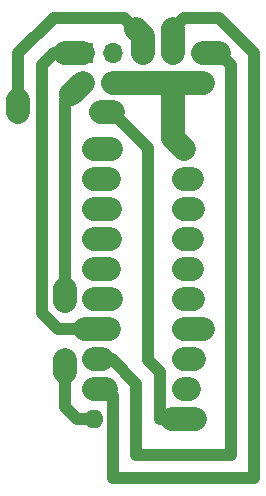
<source format=gbr>
%TF.GenerationSoftware,KiCad,Pcbnew,5.1.9*%
%TF.CreationDate,2021-06-10T11:58:43+02:00*%
%TF.ProjectId,burner,6275726e-6572-42e6-9b69-6361645f7063,rev?*%
%TF.SameCoordinates,Original*%
%TF.FileFunction,Copper,L2,Bot*%
%TF.FilePolarity,Positive*%
%FSLAX46Y46*%
G04 Gerber Fmt 4.6, Leading zero omitted, Abs format (unit mm)*
G04 Created by KiCad (PCBNEW 5.1.9) date 2021-06-10 11:58:43*
%MOMM*%
%LPD*%
G01*
G04 APERTURE LIST*
%TA.AperFunction,ComponentPad*%
%ADD10O,1.600000X1.600000*%
%TD*%
%TA.AperFunction,ComponentPad*%
%ADD11R,1.600000X1.600000*%
%TD*%
%TA.AperFunction,ComponentPad*%
%ADD12O,1.700000X1.700000*%
%TD*%
%TA.AperFunction,ComponentPad*%
%ADD13R,1.700000X1.700000*%
%TD*%
%TA.AperFunction,ViaPad*%
%ADD14C,0.800000*%
%TD*%
%TA.AperFunction,Conductor*%
%ADD15C,2.000000*%
%TD*%
%TA.AperFunction,Conductor*%
%ADD16C,1.000000*%
%TD*%
G04 APERTURE END LIST*
D10*
%TO.P,U1,20*%
%TO.N,/+5V*%
X133380000Y-115000000D03*
%TO.P,U1,10*%
%TO.N,/GND*%
X141000000Y-92140000D03*
%TO.P,U1,19*%
%TO.N,/SCK*%
X133380000Y-112460000D03*
%TO.P,U1,9*%
%TO.N,Net-(U1-Pad9)*%
X141000000Y-94680000D03*
%TO.P,U1,18*%
%TO.N,/MISO*%
X133380000Y-109920000D03*
%TO.P,U1,8*%
%TO.N,Net-(U1-Pad8)*%
X141000000Y-97220000D03*
%TO.P,U1,17*%
%TO.N,/MOSI*%
X133380000Y-107380000D03*
%TO.P,U1,7*%
%TO.N,Net-(U1-Pad7)*%
X141000000Y-99760000D03*
%TO.P,U1,16*%
%TO.N,Net-(U1-Pad16)*%
X133380000Y-104840000D03*
%TO.P,U1,6*%
%TO.N,Net-(U1-Pad6)*%
X141000000Y-102300000D03*
%TO.P,U1,15*%
%TO.N,Net-(U1-Pad15)*%
X133380000Y-102300000D03*
%TO.P,U1,5*%
%TO.N,Net-(U1-Pad5)*%
X141000000Y-104840000D03*
%TO.P,U1,14*%
%TO.N,Net-(U1-Pad14)*%
X133380000Y-99760000D03*
%TO.P,U1,4*%
%TO.N,Net-(U1-Pad4)*%
X141000000Y-107380000D03*
%TO.P,U1,13*%
%TO.N,Net-(U1-Pad13)*%
X133380000Y-97220000D03*
%TO.P,U1,3*%
%TO.N,Net-(U1-Pad3)*%
X141000000Y-109920000D03*
%TO.P,U1,12*%
%TO.N,Net-(U1-Pad12)*%
X133380000Y-94680000D03*
%TO.P,U1,2*%
%TO.N,Net-(U1-Pad2)*%
X141000000Y-112460000D03*
%TO.P,U1,11*%
%TO.N,Net-(U1-Pad11)*%
X133380000Y-92140000D03*
D11*
%TO.P,U1,1*%
%TO.N,/RESET*%
X141000000Y-115000000D03*
%TD*%
D12*
%TO.P,J1,10*%
%TO.N,/GND*%
X142620000Y-86540000D03*
%TO.P,J1,9*%
%TO.N,/MISO*%
X142620000Y-84000000D03*
%TO.P,J1,8*%
%TO.N,/GND*%
X140080000Y-86540000D03*
%TO.P,J1,7*%
%TO.N,/SCK*%
X140080000Y-84000000D03*
%TO.P,J1,6*%
%TO.N,/GND*%
X137540000Y-86540000D03*
%TO.P,J1,5*%
%TO.N,/RESET*%
X137540000Y-84000000D03*
%TO.P,J1,4*%
%TO.N,/GND*%
X135000000Y-86540000D03*
%TO.P,J1,3*%
%TO.N,Net-(J1-Pad3)*%
X135000000Y-84000000D03*
%TO.P,J1,2*%
%TO.N,/+5V*%
X132460000Y-86540000D03*
D13*
%TO.P,J1,1*%
%TO.N,/MOSI*%
X132460000Y-84000000D03*
%TD*%
D14*
%TO.N,/RESET*%
X134000000Y-89000000D03*
X127000000Y-89000000D03*
%TO.N,/+5V*%
X131000000Y-105000000D03*
X131000000Y-110000000D03*
%TD*%
D15*
%TO.N,/GND*%
X135000000Y-86540000D02*
X137540000Y-86540000D01*
X137540000Y-86540000D02*
X140080000Y-86540000D01*
X140080000Y-86540000D02*
X142620000Y-86540000D01*
X140080000Y-91220000D02*
X141000000Y-92140000D01*
X140080000Y-86540000D02*
X140080000Y-91220000D01*
%TO.N,/MISO*%
X142620000Y-84000000D02*
X144000000Y-84000000D01*
X133380000Y-109920000D02*
X134080000Y-109920000D01*
D16*
X144000000Y-84000000D02*
X145000000Y-85000000D01*
X145000000Y-85000000D02*
X145000000Y-118000000D01*
X137000000Y-118000000D02*
X137000000Y-112000000D01*
X145000000Y-118000000D02*
X137000000Y-118000000D01*
X137000000Y-112000000D02*
X134920000Y-109920000D01*
X134920000Y-109920000D02*
X134080000Y-109920000D01*
D15*
%TO.N,/SCK*%
X140080000Y-84000000D02*
X140080000Y-81920000D01*
X133380000Y-112460000D02*
X134460000Y-112460000D01*
D16*
X134460000Y-112460000D02*
X135000000Y-113000000D01*
X135000000Y-113000000D02*
X135000000Y-120000000D01*
X147000000Y-120000000D02*
X147000000Y-84000000D01*
X135000000Y-120000000D02*
X147000000Y-120000000D01*
X147000000Y-84000000D02*
X144000000Y-81000000D01*
X144000000Y-81000000D02*
X141000000Y-81000000D01*
X141000000Y-81000000D02*
X140080000Y-81920000D01*
%TO.N,/RESET*%
X136000000Y-81000000D02*
X130000000Y-81000000D01*
X130000000Y-81000000D02*
X127000000Y-84000000D01*
D15*
X137540000Y-84000000D02*
X137540000Y-83540000D01*
D16*
X137540000Y-83540000D02*
X137540000Y-82540000D01*
D15*
X137540000Y-82540000D02*
X137000000Y-82000000D01*
X137540000Y-84000000D02*
X137540000Y-82540000D01*
D16*
X137000000Y-82000000D02*
X136000000Y-81000000D01*
D15*
X141000000Y-115000000D02*
X140000000Y-115000000D01*
X141000000Y-115000000D02*
X142000000Y-115000000D01*
D16*
X138000000Y-92000000D02*
X136000000Y-90000000D01*
X139000000Y-111000000D02*
X138000000Y-110000000D01*
X139000000Y-115000000D02*
X139000000Y-111000000D01*
X138000000Y-110000000D02*
X138000000Y-92000000D01*
X140000000Y-115000000D02*
X139000000Y-115000000D01*
X136000000Y-90000000D02*
X135000000Y-89000000D01*
X127000000Y-84000000D02*
X127000000Y-89000000D01*
D15*
X134000000Y-89000000D02*
X134000000Y-89000000D01*
X127000000Y-88000000D02*
X127000000Y-89000000D01*
X134000000Y-89000000D02*
X135000000Y-89000000D01*
D16*
X127000000Y-89000000D02*
X127000000Y-89000000D01*
%TO.N,/+5V*%
X133380000Y-115000000D02*
X132000000Y-115000000D01*
X132000000Y-115000000D02*
X131000000Y-114000000D01*
D15*
X132460000Y-86540000D02*
X131500000Y-87500000D01*
D16*
X131500000Y-87500000D02*
X131000000Y-88000000D01*
X131000000Y-105000000D02*
X131000000Y-105000000D01*
X131000000Y-110000000D02*
X131000000Y-110000000D01*
D15*
X131000000Y-105000000D02*
X131000000Y-104000000D01*
D16*
X131000000Y-88000000D02*
X131000000Y-104000000D01*
D15*
X131000000Y-110000000D02*
X131000000Y-111000000D01*
D16*
X131000000Y-114000000D02*
X131000000Y-111000000D01*
%TO.N,/MOSI*%
X130000000Y-84000000D02*
X129000000Y-85000000D01*
X129000000Y-85000000D02*
X129000000Y-106000000D01*
X129000000Y-106000000D02*
X130380000Y-107380000D01*
D15*
X132460000Y-84000000D02*
X131000000Y-84000000D01*
D16*
X131000000Y-84000000D02*
X130000000Y-84000000D01*
D15*
X133380000Y-107380000D02*
X132620000Y-107380000D01*
D16*
X130380000Y-107380000D02*
X132620000Y-107380000D01*
D15*
X133380000Y-107380000D02*
X134651283Y-107380000D01*
%TO.N,Net-(U1-Pad9)*%
X141000000Y-94680000D02*
X141680000Y-94680000D01*
%TO.N,Net-(U1-Pad8)*%
X141000000Y-97220000D02*
X141780000Y-97220000D01*
%TO.N,Net-(U1-Pad7)*%
X141000000Y-99760000D02*
X141760000Y-99760000D01*
%TO.N,Net-(U1-Pad16)*%
X133380000Y-104840000D02*
X133840000Y-104840000D01*
X133380000Y-104840000D02*
X134840000Y-104840000D01*
%TO.N,Net-(U1-Pad6)*%
X141000000Y-102300000D02*
X141300000Y-102300000D01*
X141000000Y-102300000D02*
X141700000Y-102300000D01*
%TO.N,Net-(U1-Pad15)*%
X133380000Y-102300000D02*
X133700000Y-102300000D01*
X133380000Y-102300000D02*
X134700000Y-102300000D01*
%TO.N,Net-(U1-Pad5)*%
X141000000Y-104840000D02*
X141840000Y-104840000D01*
%TO.N,Net-(U1-Pad14)*%
X133380000Y-99760000D02*
X133760000Y-99760000D01*
X133380000Y-99760000D02*
X134760000Y-99760000D01*
%TO.N,Net-(U1-Pad4)*%
X141000000Y-107380000D02*
X142620000Y-107380000D01*
%TO.N,Net-(U1-Pad13)*%
X133380000Y-97220000D02*
X134780000Y-97220000D01*
%TO.N,Net-(U1-Pad3)*%
X141000000Y-109920000D02*
X141920000Y-109920000D01*
%TO.N,Net-(U1-Pad12)*%
X133380000Y-94680000D02*
X134680000Y-94680000D01*
%TO.N,Net-(U1-Pad2)*%
X141000000Y-112460000D02*
X141460000Y-112460000D01*
%TO.N,Net-(U1-Pad11)*%
X133380000Y-92140000D02*
X134860000Y-92140000D01*
%TD*%
M02*

</source>
